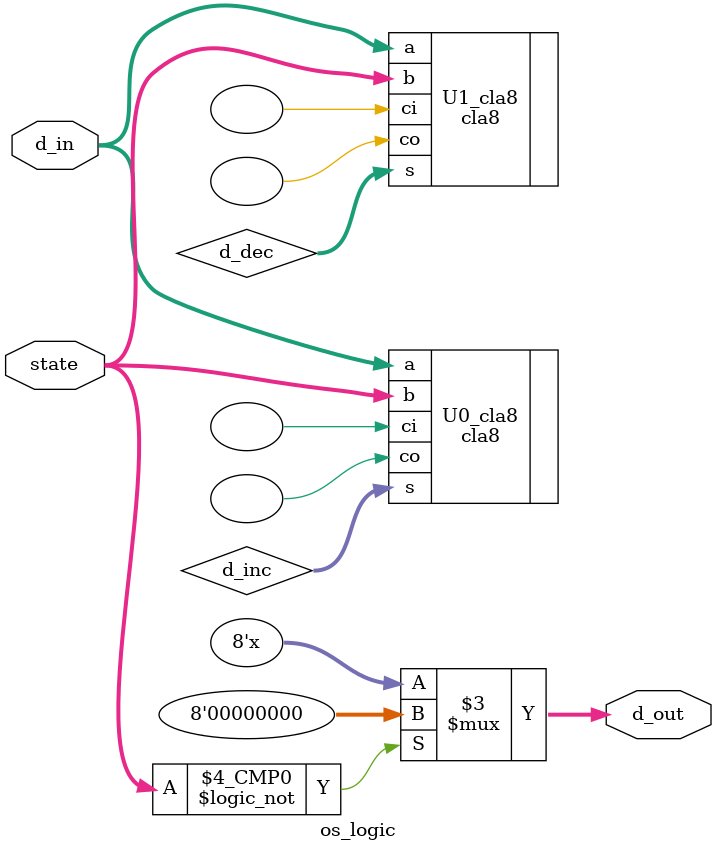
<source format=v>
module os_logic (state, d_in, d_out);
	
	parameter IDLE_STATE = 3'b000;
	parameter LOAD_STATE = 3'b000;
	parameter INC_STATE = 3'b000;
	parameter INC2_STATE = 3'b000;
	parameter DEC_STATE = 3'b000;
	parameter DEC2_STATE = 3'b000;
	
	input [2:0] state;
	input [7:0] d_in;
	output [7:0] d_out;
	reg [7:0] d_out;
	wire [7:0] d_inc;
	wire [7:0] d_dec;
	
	
	always @(state, d_in) begin
		case(state)
		IDLE_STATE : d_out <= 8'h00;
		LOAD_STATE : d_out <= d_in;
		INC_STATE : d_out <= d_inc;
		INC2_STATE : d_out <= d_inc;
		DEC_STATE : d_out <= d_dec;
		DEC2_STATE : d_out <= d_dec;
		default : d_out <= 8'hxx;
		endcase
	end
	
	
	cla8 U0_cla8(.a(d_in), .b(state), .ci(), .s(d_inc), .co());
	cla8 U1_cla8(.a(d_in), .b(state), .ci(), .s(d_dec), .co());

endmodule

</source>
